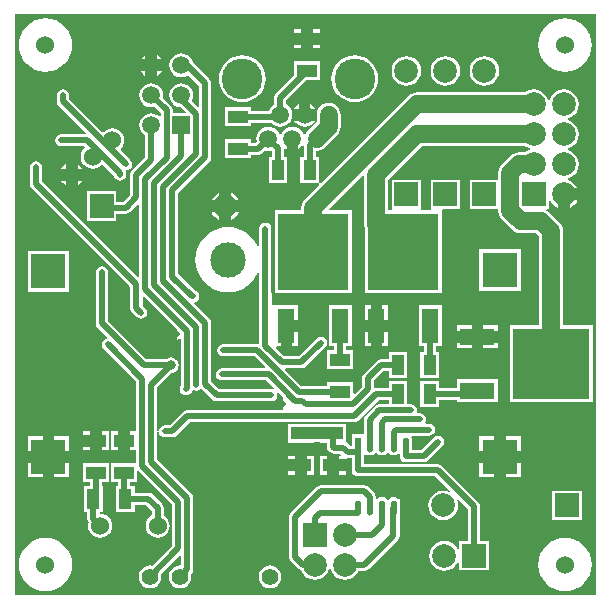
<source format=gbl>
%FSAX44Y44*%
%MOMM*%
G71*
G01*
G75*
G04 Layer_Physical_Order=2*
G04 Layer_Color=16711680*
%ADD10R,1.1000X1.7000*%
%ADD11R,1.7000X1.1000*%
%ADD12R,6.0000X6.5000*%
%ADD13R,1.4000X3.0000*%
%ADD14O,0.5500X1.6500*%
%ADD15O,1.6500X0.5500*%
%ADD16R,1.4000X1.1000*%
%ADD17O,1.9000X0.6000*%
%ADD18C,1.5000*%
%ADD19C,0.5080*%
%ADD20C,1.4000*%
%ADD21C,1.5240*%
%ADD22C,3.0000*%
%ADD23R,3.0000X3.0000*%
%ADD24C,2.0000*%
%ADD25R,2.0000X2.0000*%
%ADD26C,2.0000*%
%ADD27R,2.0000X2.0000*%
%ADD28R,2.0000X2.0000*%
%ADD29C,1.5000*%
%ADD30R,1.5000X1.5000*%
%ADD31R,2.0000X2.0000*%
%ADD32C,1.4000*%
%ADD33C,0.5000*%
%ADD34C,0.8000*%
%ADD35C,3.4500*%
%ADD36O,0.5800X1.3000*%
%ADD37R,0.5800X1.3000*%
%ADD38R,6.5000X6.0000*%
%ADD39R,3.0000X1.4000*%
%ADD40C,1.0000*%
%ADD41R,2.2191X0.9960*%
G36*
X00596156Y00203844D02*
X00103844D01*
Y00696156D01*
X00596156D01*
Y00203844D01*
D02*
G37*
%LPC*%
G36*
X00183760Y00342850D02*
X00177720D01*
Y00334810D01*
Y00326770D01*
X00183760D01*
Y00342850D01*
D02*
G37*
G36*
X00167720Y00329810D02*
X00161680D01*
Y00326770D01*
X00167720D01*
Y00329810D01*
D02*
G37*
G36*
Y00342850D02*
X00161680D01*
Y00339810D01*
X00167720D01*
Y00342850D01*
D02*
G37*
G36*
X00191850D02*
X00185810D01*
Y00326770D01*
X00191850D01*
Y00334810D01*
Y00342850D01*
D02*
G37*
G36*
X00150120Y00338940D02*
X00137580D01*
Y00326400D01*
X00150120D01*
Y00338940D01*
D02*
G37*
G36*
X00127580D02*
X00115040D01*
Y00326400D01*
X00127580D01*
Y00338940D01*
D02*
G37*
G36*
X00532525D02*
X00519985D01*
Y00326400D01*
X00532525D01*
Y00338940D01*
D02*
G37*
G36*
X00509985D02*
X00497445D01*
Y00326400D01*
X00509985D01*
Y00338940D01*
D02*
G37*
G36*
X00513300Y00386700D02*
X00478300D01*
Y00379789D01*
X00463460D01*
Y00385650D01*
X00447460D01*
Y00363650D01*
X00463460D01*
Y00369511D01*
X00478300D01*
Y00367700D01*
X00513300D01*
Y00386700D01*
D02*
G37*
G36*
X00405220Y00427300D02*
X00400680D01*
Y00414760D01*
X00405220D01*
Y00427300D01*
D02*
G37*
G36*
X00343560D02*
X00339020D01*
Y00414760D01*
X00343560D01*
Y00427300D01*
D02*
G37*
G36*
X00490800Y00432440D02*
X00478260D01*
Y00427900D01*
X00490800D01*
Y00432440D01*
D02*
G37*
G36*
X00419760Y00427300D02*
X00415220D01*
Y00414760D01*
X00419760D01*
Y00427300D01*
D02*
G37*
G36*
X00389220Y00449800D02*
X00370220D01*
Y00414800D01*
X00374581D01*
Y00411390D01*
X00368730D01*
Y00395390D01*
X00390730D01*
Y00411390D01*
X00384859D01*
Y00414800D01*
X00389220D01*
Y00449800D01*
D02*
G37*
G36*
X00465420D02*
X00446420D01*
Y00414800D01*
X00450781D01*
Y00409780D01*
X00447460D01*
Y00387780D01*
X00463460D01*
Y00409780D01*
X00461059D01*
Y00414800D01*
X00465420D01*
Y00449800D01*
D02*
G37*
G36*
X00513340Y00417900D02*
X00500800D01*
Y00413360D01*
X00513340D01*
Y00417900D01*
D02*
G37*
G36*
X00490800D02*
X00478260D01*
Y00413360D01*
X00490800D01*
Y00417900D01*
D02*
G37*
G36*
X00583900Y00292510D02*
X00558900D01*
Y00267510D01*
X00583900D01*
Y00292510D01*
D02*
G37*
G36*
X00183720Y00315810D02*
X00161720D01*
Y00299810D01*
X00167581D01*
Y00296750D01*
X00162650D01*
Y00274750D01*
X00165511D01*
Y00268500D01*
X00165511Y00268500D01*
X00165511D01*
X00165902Y00266534D01*
X00166466Y00265690D01*
X00166401Y00265532D01*
X00166053Y00262890D01*
X00166401Y00260248D01*
X00167420Y00257786D01*
X00169042Y00255672D01*
X00171156Y00254050D01*
X00173618Y00253030D01*
X00176260Y00252683D01*
X00178902Y00253030D01*
X00181364Y00254050D01*
X00183478Y00255672D01*
X00185100Y00257786D01*
X00186119Y00260248D01*
X00186467Y00262890D01*
X00186119Y00265532D01*
X00185100Y00267994D01*
X00183478Y00270108D01*
X00181364Y00271730D01*
X00178902Y00272750D01*
X00176260Y00273097D01*
X00175789Y00273511D01*
Y00274750D01*
X00178650D01*
Y00296750D01*
X00177859D01*
Y00299810D01*
X00183720D01*
Y00315810D01*
D02*
G37*
G36*
X00439970Y00284179D02*
Y00283270D01*
X00440238D01*
X00440094Y00283993D01*
X00439970Y00284179D01*
D02*
G37*
G36*
X00440238Y00273270D02*
X00439970D01*
Y00272361D01*
X00440094Y00272547D01*
X00440238Y00273270D01*
D02*
G37*
G36*
X00570000Y00252609D02*
X00565589Y00252174D01*
X00561348Y00250888D01*
X00557439Y00248799D01*
X00554013Y00245987D01*
X00551201Y00242561D01*
X00549112Y00238652D01*
X00547826Y00234411D01*
X00547391Y00230000D01*
X00547826Y00225589D01*
X00549112Y00221348D01*
X00551201Y00217439D01*
X00554013Y00214013D01*
X00557439Y00211201D01*
X00561348Y00209112D01*
X00565589Y00207826D01*
X00570000Y00207391D01*
X00574411Y00207826D01*
X00578652Y00209112D01*
X00582561Y00211201D01*
X00585987Y00214013D01*
X00588799Y00217439D01*
X00590888Y00221348D01*
X00592174Y00225589D01*
X00592609Y00230000D01*
X00592174Y00234411D01*
X00590888Y00238652D01*
X00588799Y00242561D01*
X00585987Y00245987D01*
X00582561Y00248799D01*
X00578652Y00250888D01*
X00574411Y00252174D01*
X00570000Y00252609D01*
D02*
G37*
G36*
X00130000D02*
X00125589Y00252174D01*
X00121348Y00250888D01*
X00117439Y00248799D01*
X00114013Y00245987D01*
X00111201Y00242561D01*
X00109112Y00238652D01*
X00107826Y00234411D01*
X00107391Y00230000D01*
X00107826Y00225589D01*
X00109112Y00221348D01*
X00111201Y00217439D01*
X00114013Y00214013D01*
X00117439Y00211201D01*
X00121348Y00209112D01*
X00125589Y00207826D01*
X00130000Y00207391D01*
X00134411Y00207826D01*
X00138652Y00209112D01*
X00142561Y00211201D01*
X00145987Y00214013D01*
X00148799Y00217439D01*
X00150888Y00221348D01*
X00152174Y00225589D01*
X00152609Y00230000D01*
X00152174Y00234411D01*
X00150888Y00238652D01*
X00148799Y00242561D01*
X00145987Y00245987D01*
X00142561Y00248799D01*
X00138652Y00250888D01*
X00134411Y00252174D01*
X00130000Y00252609D01*
D02*
G37*
G36*
X00400050Y00297239D02*
X00363220D01*
X00361254Y00296848D01*
X00359586Y00295734D01*
X00337996Y00274144D01*
X00336882Y00272477D01*
X00336491Y00270510D01*
Y00236220D01*
X00336491Y00236220D01*
X00336491D01*
X00336882Y00234254D01*
X00337996Y00232586D01*
X00344346Y00226236D01*
X00344346D01*
X00344346Y00226236D01*
X00344346Y00226236D01*
Y00226236D01*
X00346013Y00225122D01*
X00346627Y00225000D01*
X00347221Y00223566D01*
X00349225Y00220955D01*
X00351836Y00218951D01*
X00354877Y00217692D01*
X00358140Y00217262D01*
X00361403Y00217692D01*
X00364444Y00218951D01*
X00367055Y00220955D01*
X00369059Y00223566D01*
X00370205Y00226333D01*
X00370318D01*
Y00226333D01*
D01*
D01*
X00370318D01*
X00371362D01*
D01*
D01*
Y00226333D01*
X00371475D01*
X00372621Y00223566D01*
X00374625Y00220955D01*
X00377236Y00218951D01*
X00380277Y00217692D01*
X00383540Y00217262D01*
X00386803Y00217692D01*
X00389844Y00218951D01*
X00392455Y00220955D01*
X00394459Y00223566D01*
X00394941Y00224731D01*
X00400050D01*
X00402016Y00225122D01*
X00403684Y00226236D01*
X00428284Y00250836D01*
X00429398Y00252504D01*
X00429789Y00254470D01*
X00429789Y00254470D01*
X00429789Y00254470D01*
Y00254470D01*
Y00270445D01*
X00429970Y00270500D01*
Y00272432D01*
X00430057Y00272563D01*
X00430476Y00274670D01*
Y00278270D01*
Y00281870D01*
X00430057Y00283977D01*
X00429970Y00284107D01*
Y00285093D01*
X00429311D01*
X00428863Y00285763D01*
X00427077Y00286957D01*
X00424970Y00287376D01*
X00422863Y00286957D01*
X00421077Y00285763D01*
X00420605Y00285057D01*
X00419335D01*
X00418863Y00285763D01*
X00417077Y00286957D01*
X00414970Y00287376D01*
X00412863Y00286957D01*
X00411077Y00285763D01*
X00411004Y00285654D01*
X00409789Y00286023D01*
Y00287500D01*
X00409398Y00289466D01*
X00408284Y00291134D01*
X00403684Y00295734D01*
X00402016Y00296848D01*
X00400050Y00297239D01*
D02*
G37*
G36*
X00320040Y00229292D02*
X00317560Y00228965D01*
X00315249Y00228008D01*
X00313265Y00226485D01*
X00311742Y00224501D01*
X00310784Y00222190D01*
X00310458Y00219710D01*
X00310784Y00217230D01*
X00311742Y00214919D01*
X00313265Y00212934D01*
X00315249Y00211412D01*
X00317560Y00210455D01*
X00320040Y00210128D01*
X00322520Y00210455D01*
X00324831Y00211412D01*
X00326815Y00212934D01*
X00328338Y00214919D01*
X00329296Y00217230D01*
X00329622Y00219710D01*
X00329296Y00222190D01*
X00328338Y00224501D01*
X00326815Y00226485D01*
X00324831Y00228008D01*
X00322520Y00228965D01*
X00320040Y00229292D01*
D02*
G37*
G36*
X00127580Y00316400D02*
X00115040D01*
Y00303860D01*
X00127580D01*
Y00316400D01*
D02*
G37*
G36*
X00368380Y00322200D02*
X00362340D01*
Y00306120D01*
X00368380D01*
Y00314160D01*
Y00322200D01*
D02*
G37*
G36*
X00357750D02*
X00351710D01*
Y00314160D01*
Y00306120D01*
X00357750D01*
Y00322200D01*
D02*
G37*
G36*
X00341710D02*
X00335670D01*
Y00319160D01*
X00341710D01*
Y00322200D01*
D02*
G37*
G36*
X00384420Y00309160D02*
X00378380D01*
Y00306120D01*
X00384420D01*
Y00309160D01*
D02*
G37*
G36*
X00509985Y00316400D02*
X00497445D01*
Y00303860D01*
X00509985D01*
Y00316400D01*
D02*
G37*
G36*
X00150120D02*
X00137580D01*
Y00303860D01*
X00150120D01*
Y00316400D01*
D02*
G37*
G36*
X00341710Y00309160D02*
X00335670D01*
Y00306120D01*
X00341710D01*
Y00309160D01*
D02*
G37*
G36*
X00532525Y00316400D02*
X00519985D01*
Y00303860D01*
X00532525D01*
Y00316400D01*
D02*
G37*
G36*
X00468630Y00660538D02*
X00465367Y00660108D01*
X00462326Y00658849D01*
X00459715Y00656845D01*
X00457711Y00654234D01*
X00456452Y00651193D01*
X00456022Y00647930D01*
X00456452Y00644667D01*
X00457711Y00641626D01*
X00459715Y00639015D01*
X00462326Y00637011D01*
X00465367Y00635752D01*
X00468630Y00635322D01*
X00471893Y00635752D01*
X00474934Y00637011D01*
X00477545Y00639015D01*
X00479549Y00641626D01*
X00480808Y00644667D01*
X00481238Y00647930D01*
X00480808Y00651193D01*
X00479549Y00654234D01*
X00477545Y00656845D01*
X00474934Y00658849D01*
X00471893Y00660108D01*
X00468630Y00660538D01*
D02*
G37*
G36*
X00435610D02*
X00432347Y00660108D01*
X00429306Y00658849D01*
X00426695Y00656845D01*
X00424691Y00654234D01*
X00423432Y00651193D01*
X00423002Y00647930D01*
X00423432Y00644667D01*
X00424691Y00641626D01*
X00426695Y00639015D01*
X00429306Y00637011D01*
X00432347Y00635752D01*
X00435610Y00635322D01*
X00438873Y00635752D01*
X00441914Y00637011D01*
X00444525Y00639015D01*
X00446529Y00641626D01*
X00447788Y00644667D01*
X00448218Y00647930D01*
X00447788Y00651193D01*
X00446529Y00654234D01*
X00444525Y00656845D01*
X00441914Y00658849D01*
X00438873Y00660108D01*
X00435610Y00660538D01*
D02*
G37*
G36*
X00214710Y00647780D02*
X00210914D01*
X00210940Y00647717D01*
X00212549Y00645619D01*
X00214647Y00644010D01*
X00214710Y00643984D01*
Y00647780D01*
D02*
G37*
G36*
X00501650Y00660538D02*
X00498387Y00660108D01*
X00495346Y00658849D01*
X00492735Y00656845D01*
X00490731Y00654234D01*
X00489472Y00651193D01*
X00489042Y00647930D01*
X00489472Y00644667D01*
X00490731Y00641626D01*
X00492735Y00639015D01*
X00495346Y00637011D01*
X00498387Y00635752D01*
X00501650Y00635322D01*
X00504913Y00635752D01*
X00507954Y00637011D01*
X00510565Y00639015D01*
X00512569Y00641626D01*
X00513828Y00644667D01*
X00514258Y00647930D01*
X00513828Y00651193D01*
X00512569Y00654234D01*
X00510565Y00656845D01*
X00507954Y00658849D01*
X00504913Y00660108D01*
X00501650Y00660538D01*
D02*
G37*
G36*
X00245110Y00662866D02*
X00242500Y00662523D01*
X00240067Y00661515D01*
X00237978Y00659912D01*
X00236375Y00657823D01*
X00235367Y00655390D01*
X00235024Y00652780D01*
X00235367Y00650170D01*
X00236375Y00647737D01*
X00237978Y00645648D01*
X00240067Y00644045D01*
X00242500Y00643037D01*
X00245110Y00642694D01*
X00247721Y00643037D01*
X00250153Y00644045D01*
X00251005Y00644698D01*
X00260131Y00635572D01*
Y00618069D01*
X00258958Y00617584D01*
X00253950Y00622591D01*
X00254853Y00624770D01*
X00255196Y00627380D01*
X00254853Y00629991D01*
X00253845Y00632423D01*
X00252242Y00634512D01*
X00250153Y00636115D01*
X00247721Y00637123D01*
X00245110Y00637466D01*
X00242500Y00637123D01*
X00240067Y00636115D01*
X00237978Y00634512D01*
X00236375Y00632423D01*
X00235367Y00629991D01*
X00235024Y00627380D01*
X00235367Y00624770D01*
X00236375Y00622337D01*
X00237978Y00620248D01*
X00240067Y00618645D01*
X00242500Y00617637D01*
X00244653Y00617354D01*
X00248854Y00613153D01*
X00248368Y00611980D01*
X00237709D01*
Y00614520D01*
X00237318Y00616487D01*
X00236204Y00618154D01*
X00229468Y00624889D01*
X00229796Y00627380D01*
X00229453Y00629991D01*
X00228445Y00632423D01*
X00226842Y00634512D01*
X00224753Y00636115D01*
X00222320Y00637123D01*
X00219710Y00637466D01*
X00217099Y00637123D01*
X00214667Y00636115D01*
X00212578Y00634512D01*
X00210975Y00632423D01*
X00209967Y00629991D01*
X00209624Y00627380D01*
X00209967Y00624770D01*
X00210975Y00622337D01*
X00212578Y00620248D01*
X00214667Y00618645D01*
X00217099Y00617637D01*
X00219710Y00617294D01*
X00222201Y00617622D01*
X00227431Y00612392D01*
Y00610096D01*
X00226292Y00609534D01*
X00224753Y00610715D01*
X00222320Y00611723D01*
X00219710Y00612066D01*
X00217099Y00611723D01*
X00214667Y00610715D01*
X00212578Y00609112D01*
X00210975Y00607023D01*
X00209967Y00604590D01*
X00209624Y00601980D01*
X00209967Y00599370D01*
X00210975Y00596937D01*
X00212578Y00594848D01*
X00214571Y00593318D01*
Y00574898D01*
X00203456Y00563784D01*
X00202342Y00562117D01*
X00201951Y00560150D01*
Y00543229D01*
X00195991Y00537269D01*
X00190070D01*
Y00545900D01*
X00165070D01*
Y00520900D01*
X00190070D01*
Y00526991D01*
X00198120D01*
X00200086Y00527382D01*
X00201754Y00528496D01*
X00208358Y00535101D01*
X00209531Y00534615D01*
Y00473765D01*
X00208358Y00473279D01*
X00127059Y00554579D01*
Y00566420D01*
X00126668Y00568386D01*
X00125554Y00570054D01*
X00123886Y00571168D01*
X00121920Y00571559D01*
X00119953Y00571168D01*
X00118286Y00570054D01*
X00117172Y00568386D01*
X00116781Y00566420D01*
Y00552450D01*
X00117172Y00550484D01*
X00118286Y00548816D01*
X00201951Y00465151D01*
Y00446960D01*
X00201951Y00446960D01*
X00201951D01*
X00202342Y00444994D01*
X00203456Y00443326D01*
X00207186Y00439596D01*
X00208853Y00438483D01*
X00210820Y00438091D01*
X00212787Y00438483D01*
X00214454Y00439596D01*
X00215567Y00441264D01*
X00215959Y00443230D01*
X00215567Y00445196D01*
X00214454Y00446864D01*
X00212229Y00449089D01*
Y00457119D01*
X00213402Y00457605D01*
X00239677Y00431330D01*
X00239410Y00430450D01*
X00240556D01*
X00241300Y00429706D01*
Y00420450D01*
X00240602D01*
X00241300Y00420311D01*
X00243267Y00420702D01*
X00243971Y00421173D01*
X00245091Y00420575D01*
Y00381802D01*
X00244172Y00380426D01*
X00243781Y00378460D01*
X00244172Y00376493D01*
X00245286Y00374826D01*
X00246954Y00373712D01*
X00248920Y00373321D01*
X00250886Y00373712D01*
X00252554Y00374826D01*
X00253864Y00376136D01*
X00254978Y00377803D01*
X00255252Y00377917D01*
X00255844Y00377522D01*
X00257810Y00377131D01*
X00259776Y00377522D01*
X00261444Y00378636D01*
X00262411Y00378732D01*
X00271397Y00369746D01*
X00273064Y00368632D01*
X00275030Y00368241D01*
X00321310D01*
X00323276Y00368632D01*
X00324944Y00369746D01*
X00326058Y00371413D01*
X00326449Y00373380D01*
X00326134Y00374960D01*
X00327254Y00375559D01*
X00330885Y00371928D01*
X00330531Y00370760D01*
X00331452D01*
Y00360760D01*
X00327714D01*
X00327708Y00360739D01*
X00250190D01*
X00248223Y00360348D01*
X00246556Y00359234D01*
X00235361Y00348039D01*
X00231140D01*
X00229174Y00347648D01*
X00227506Y00346534D01*
X00226392Y00344866D01*
X00226073Y00343259D01*
X00226073D01*
X00226073Y00343259D01*
X00224809Y00343383D01*
Y00380102D01*
X00237039Y00392332D01*
X00237917Y00392447D01*
X00239498Y00393102D01*
X00240856Y00394144D01*
X00241898Y00395502D01*
X00242553Y00397083D01*
X00242776Y00398780D01*
X00242553Y00400477D01*
X00241898Y00402058D01*
X00240856Y00403416D01*
X00239498Y00404458D01*
X00237917Y00405113D01*
X00236220Y00405336D01*
X00234523Y00405113D01*
X00232942Y00404458D01*
X00232240Y00403919D01*
X00215488D01*
X00182939Y00436469D01*
Y00477520D01*
X00182548Y00479487D01*
X00181434Y00481154D01*
X00179767Y00482268D01*
X00177800Y00482659D01*
X00175833Y00482268D01*
X00174166Y00481154D01*
X00173052Y00479487D01*
X00172661Y00477520D01*
Y00434340D01*
X00172661Y00434340D01*
X00172661D01*
X00173052Y00432374D01*
X00174166Y00430706D01*
X00182173Y00422700D01*
X00181804Y00421485D01*
X00180914Y00421308D01*
X00179246Y00420194D01*
X00178132Y00418526D01*
X00177741Y00416560D01*
X00178132Y00414594D01*
X00179246Y00412926D01*
X00206951Y00385221D01*
Y00342850D01*
X00201850D01*
Y00334810D01*
Y00326770D01*
X00206951D01*
Y00315810D01*
X00185850D01*
Y00299810D01*
X00191711D01*
Y00296750D01*
X00189650D01*
Y00274750D01*
X00205650D01*
Y00280611D01*
X00215042D01*
X00219921Y00275732D01*
Y00271703D01*
X00217842Y00270108D01*
X00216220Y00267994D01*
X00215201Y00265532D01*
X00214853Y00262890D01*
X00215201Y00260248D01*
X00216220Y00257786D01*
X00217842Y00255672D01*
X00219956Y00254050D01*
X00222418Y00253030D01*
X00225060Y00252683D01*
X00227702Y00253030D01*
X00230164Y00254050D01*
X00232278Y00255672D01*
X00233900Y00257786D01*
X00234919Y00260248D01*
X00235267Y00262890D01*
X00234919Y00265532D01*
X00233900Y00267994D01*
X00232278Y00270108D01*
X00230199Y00271703D01*
Y00277860D01*
X00229808Y00279827D01*
X00228694Y00281494D01*
X00220804Y00289384D01*
X00219137Y00290498D01*
X00217170Y00290889D01*
X00205650D01*
Y00296750D01*
X00201989D01*
Y00299810D01*
X00207850D01*
Y00309003D01*
X00209023Y00309489D01*
X00237431Y00281082D01*
Y00245968D01*
X00220485Y00229023D01*
X00218440Y00229292D01*
X00215960Y00228965D01*
X00213649Y00228008D01*
X00211665Y00226485D01*
X00210142Y00224501D01*
X00209184Y00222190D01*
X00208858Y00219710D01*
X00209184Y00217230D01*
X00210142Y00214919D01*
X00211665Y00212934D01*
X00213649Y00211412D01*
X00215960Y00210455D01*
X00218440Y00210128D01*
X00220920Y00210455D01*
X00223231Y00211412D01*
X00225215Y00212934D01*
X00226738Y00214919D01*
X00227696Y00217230D01*
X00228022Y00219710D01*
X00227753Y00221755D01*
X00243878Y00237881D01*
X00245051Y00237395D01*
Y00230096D01*
X00244096Y00229258D01*
X00243840Y00229292D01*
X00241360Y00228965D01*
X00239049Y00228008D01*
X00237064Y00226485D01*
X00235542Y00224501D01*
X00234585Y00222190D01*
X00234258Y00219710D01*
X00234585Y00217230D01*
X00235542Y00214919D01*
X00237064Y00212934D01*
X00239049Y00211412D01*
X00241360Y00210455D01*
X00243840Y00210128D01*
X00246320Y00210455D01*
X00248631Y00211412D01*
X00250615Y00212934D01*
X00252138Y00214919D01*
X00253095Y00217230D01*
X00253422Y00219710D01*
X00253153Y00221755D01*
X00253824Y00222426D01*
X00254938Y00224093D01*
X00255329Y00226060D01*
Y00286310D01*
X00254938Y00288276D01*
X00253824Y00289943D01*
X00224809Y00318958D01*
Y00342417D01*
X00225037Y00342439D01*
X00226073Y00342541D01*
X00226392Y00340933D01*
X00227506Y00339266D01*
X00229174Y00338152D01*
X00231140Y00337761D01*
X00237490D01*
X00239457Y00338152D01*
X00241124Y00339266D01*
X00252318Y00350461D01*
X00391160D01*
X00393126Y00350852D01*
X00394794Y00351966D01*
X00412338Y00369511D01*
X00420460D01*
Y00365819D01*
X00412750D01*
X00410784Y00365428D01*
X00410230Y00365058D01*
X00409116Y00364314D01*
X00401016Y00356214D01*
X00399902Y00354547D01*
X00399511Y00352580D01*
Y00340470D01*
X00389570D01*
Y00331765D01*
X00389511Y00331470D01*
Y00330259D01*
X00388209D01*
X00385904Y00332564D01*
X00384380Y00333582D01*
Y00349160D01*
X00362380D01*
Y00348725D01*
X00357710D01*
Y00349160D01*
X00335710D01*
Y00333160D01*
X00357710D01*
Y00333595D01*
X00362380D01*
Y00333160D01*
X00368241D01*
Y00330200D01*
X00368241Y00330200D01*
X00368241D01*
X00368632Y00328233D01*
X00369746Y00326566D01*
X00371016Y00325296D01*
X00372683Y00324182D01*
X00374650Y00323791D01*
X00379590D01*
X00380295Y00322735D01*
X00380073Y00322200D01*
X00378380D01*
Y00319160D01*
X00384420D01*
Y00319310D01*
X00385402Y00320116D01*
X00386080Y00319981D01*
X00389511D01*
Y00309880D01*
X00389511Y00309880D01*
X00389511D01*
X00389902Y00307913D01*
X00391016Y00306246D01*
X00392683Y00305132D01*
X00394650Y00304741D01*
X00460151D01*
X00472271Y00292622D01*
X00471565Y00291566D01*
X00470063Y00292188D01*
X00466800Y00292618D01*
X00463537Y00292188D01*
X00460496Y00290929D01*
X00457885Y00288925D01*
X00455881Y00286314D01*
X00454622Y00283273D01*
X00454192Y00280010D01*
X00454622Y00276747D01*
X00455881Y00273706D01*
X00457885Y00271095D01*
X00460496Y00269091D01*
X00463537Y00267832D01*
X00466800Y00267402D01*
X00470063Y00267832D01*
X00473104Y00269091D01*
X00475715Y00271095D01*
X00477719Y00273706D01*
X00478978Y00276747D01*
X00479408Y00280010D01*
X00478978Y00283273D01*
X00478356Y00284775D01*
X00479412Y00285481D01*
X00487621Y00277271D01*
Y00249990D01*
X00480260D01*
Y00243231D01*
X00479014Y00242983D01*
X00478679Y00243794D01*
X00476675Y00246405D01*
X00474064Y00248409D01*
X00471023Y00249668D01*
X00467760Y00250098D01*
X00464497Y00249668D01*
X00461456Y00248409D01*
X00458845Y00246405D01*
X00456841Y00243794D01*
X00455582Y00240753D01*
X00455152Y00237490D01*
X00455582Y00234227D01*
X00456841Y00231186D01*
X00458845Y00228575D01*
X00461456Y00226571D01*
X00464497Y00225312D01*
X00467760Y00224882D01*
X00471023Y00225312D01*
X00474064Y00226571D01*
X00476675Y00228575D01*
X00478679Y00231186D01*
X00479014Y00231996D01*
X00480260Y00231749D01*
Y00224990D01*
X00505260D01*
Y00249990D01*
X00497899D01*
Y00279400D01*
X00497508Y00281367D01*
X00496394Y00283034D01*
X00465914Y00313514D01*
X00464246Y00314628D01*
X00462280Y00315019D01*
X00399789D01*
Y00322470D01*
X00400370D01*
Y00323102D01*
X00401490Y00323701D01*
X00402863Y00322783D01*
X00404970Y00322364D01*
X00407077Y00322783D01*
X00408863Y00323977D01*
X00409335Y00324683D01*
X00410605D01*
X00411077Y00323977D01*
X00412863Y00322783D01*
X00414970Y00322364D01*
X00417077Y00322783D01*
X00418863Y00323977D01*
X00419335Y00324683D01*
X00420605D01*
X00421077Y00323977D01*
X00422863Y00322783D01*
X00424970Y00322364D01*
X00427077Y00322783D01*
X00428711Y00323875D01*
X00429831Y00323277D01*
Y00321950D01*
X00430223Y00319984D01*
X00431336Y00318316D01*
X00433004Y00317202D01*
X00434970Y00316811D01*
X00450220D01*
X00452187Y00317202D01*
X00453854Y00318316D01*
X00465914Y00330376D01*
X00467028Y00332043D01*
X00467419Y00334010D01*
X00467028Y00335976D01*
X00465914Y00337644D01*
X00464246Y00338758D01*
X00462280Y00339149D01*
X00460313Y00338758D01*
X00458646Y00337644D01*
X00448092Y00327089D01*
X00441117D01*
X00440476Y00327870D01*
Y00335070D01*
X00440057Y00337177D01*
X00439566Y00337911D01*
X00440165Y00339031D01*
X00454660D01*
X00456627Y00339422D01*
X00458294Y00340536D01*
X00459408Y00342203D01*
X00459799Y00344170D01*
X00459408Y00346137D01*
X00458294Y00347804D01*
X00456627Y00348918D01*
X00454660Y00349309D01*
X00451942D01*
X00451343Y00350429D01*
X00451788Y00351093D01*
X00452179Y00353060D01*
X00451788Y00355027D01*
X00450674Y00356694D01*
X00449007Y00357808D01*
X00447040Y00358199D01*
X00445066D01*
X00444260Y00359180D01*
X00444559Y00360680D01*
X00444168Y00362646D01*
X00443054Y00364314D01*
X00441386Y00365428D01*
X00439420Y00365819D01*
X00436460D01*
Y00385650D01*
X00420460D01*
Y00379789D01*
X00410210D01*
X00409105Y00379569D01*
X00408123Y00380375D01*
Y00385616D01*
X00416148Y00393641D01*
X00420460D01*
Y00387780D01*
X00436460D01*
Y00409780D01*
X00420460D01*
Y00403919D01*
X00414020D01*
X00412053Y00403528D01*
X00410386Y00402414D01*
X00399351Y00391378D01*
X00398237Y00389711D01*
X00397845Y00387744D01*
Y00380588D01*
X00391903Y00374646D01*
X00390730Y00375132D01*
Y00384390D01*
X00368730D01*
Y00381529D01*
X00346539D01*
X00333060Y00395008D01*
X00333546Y00396181D01*
X00346710D01*
X00348676Y00396572D01*
X00350344Y00397686D01*
X00366854Y00414196D01*
X00367968Y00415863D01*
X00368359Y00417830D01*
X00367968Y00419796D01*
X00366854Y00421464D01*
X00365187Y00422578D01*
X00363220Y00422969D01*
X00361254Y00422578D01*
X00359586Y00421464D01*
X00344581Y00406459D01*
X00332328D01*
X00325201Y00413587D01*
X00325687Y00414760D01*
X00329020D01*
Y00432300D01*
X00334020D01*
Y00437300D01*
X00343560D01*
Y00449840D01*
X00329546D01*
X00328754Y00451026D01*
X00329868Y00452693D01*
X00330259Y00454660D01*
X00329868Y00456627D01*
X00328754Y00458294D01*
X00328318Y00458585D01*
X00328687Y00459800D01*
X00389220D01*
Y00529800D01*
X00370463D01*
X00369977Y00530973D01*
X00398950Y00559946D01*
X00400124Y00559460D01*
Y00517510D01*
X00400124Y00517510D01*
X00400124D01*
X00400420Y00515260D01*
Y00459800D01*
X00465420D01*
Y00529800D01*
X00465420D01*
Y00529932D01*
X00466318Y00530830D01*
X00481130D01*
Y00555830D01*
X00456130D01*
Y00530830D01*
X00456130D01*
Y00530698D01*
X00455232Y00529800D01*
X00448110D01*
Y00530830D01*
X00448110D01*
Y00555830D01*
X00423110D01*
Y00530830D01*
X00423110D01*
Y00530698D01*
X00422212Y00529800D01*
X00420296D01*
Y00555892D01*
X00448678Y00584274D01*
X00536171D01*
X00537256Y00583441D01*
X00540023Y00582295D01*
Y00582182D01*
X00540023D01*
D01*
D01*
Y00582182D01*
Y00581138D01*
D01*
D01*
X00540023D01*
Y00581025D01*
X00537256Y00579879D01*
X00536171Y00579046D01*
X00530860D01*
X00528250Y00578703D01*
X00525817Y00577695D01*
X00523728Y00576092D01*
X00516388Y00568752D01*
X00514785Y00566663D01*
X00513777Y00564230D01*
X00513434Y00561620D01*
Y00555830D01*
X00489150D01*
Y00530830D01*
X00513434D01*
Y00529401D01*
X00513777Y00526791D01*
X00514785Y00524358D01*
X00516388Y00522269D01*
X00525089Y00513568D01*
X00527178Y00511965D01*
X00529611Y00510957D01*
X00532221Y00510614D01*
X00545732D01*
X00548214Y00508132D01*
Y00432700D01*
X00523300D01*
Y00367700D01*
X00593300D01*
Y00432700D01*
X00568386D01*
Y00512310D01*
X00568043Y00514921D01*
X00567035Y00517353D01*
X00565432Y00519442D01*
X00557042Y00527832D01*
X00554953Y00529435D01*
X00554037Y00529814D01*
X00554285Y00531060D01*
X00556060D01*
Y00538680D01*
X00557306Y00538928D01*
X00558006Y00537236D01*
X00560016Y00534616D01*
X00562636Y00532606D01*
X00563960Y00532058D01*
Y00543560D01*
X00568960D01*
Y00548560D01*
X00580462D01*
X00579914Y00549884D01*
X00577904Y00552504D01*
X00575284Y00554514D01*
X00572549Y00555647D01*
Y00555777D01*
X00572549D01*
D01*
D01*
Y00555777D01*
X00572549Y00556770D01*
Y00556782D01*
D01*
Y00556785D01*
X00572549D01*
Y00556917D01*
X00575264Y00558041D01*
X00577875Y00560045D01*
X00579879Y00562656D01*
X00581138Y00565697D01*
X00581568Y00568960D01*
X00581138Y00572223D01*
X00579879Y00575264D01*
X00577875Y00577875D01*
X00575264Y00579879D01*
X00572497Y00581025D01*
Y00581138D01*
X00572497D01*
D01*
D01*
Y00581138D01*
Y00582182D01*
D01*
D01*
X00572497D01*
Y00582295D01*
X00575264Y00583441D01*
X00577875Y00585445D01*
X00579879Y00588056D01*
X00581138Y00591097D01*
X00581568Y00594360D01*
X00581138Y00597623D01*
X00579879Y00600664D01*
X00577875Y00603275D01*
X00575264Y00605279D01*
X00572497Y00606425D01*
Y00606538D01*
X00572497D01*
D01*
D01*
Y00606538D01*
Y00607582D01*
D01*
D01*
X00572497D01*
Y00607695D01*
X00575264Y00608841D01*
X00577875Y00610845D01*
X00579879Y00613456D01*
X00581138Y00616497D01*
X00581568Y00619760D01*
X00581138Y00623023D01*
X00579879Y00626064D01*
X00577875Y00628675D01*
X00575264Y00630679D01*
X00572223Y00631938D01*
X00568960Y00632368D01*
X00565697Y00631938D01*
X00562656Y00630679D01*
X00560045Y00628675D01*
X00558041Y00626064D01*
X00556895Y00623297D01*
X00556782D01*
Y00623297D01*
X00555738D01*
X00555738D01*
D01*
D01*
Y00623297D01*
X00555625D01*
X00554479Y00626064D01*
X00552475Y00628675D01*
X00549864Y00630679D01*
X00546823Y00631938D01*
X00543560Y00632368D01*
X00540297Y00631938D01*
X00537256Y00630679D01*
X00536171Y00629846D01*
X00444500D01*
X00441889Y00629503D01*
X00439457Y00628495D01*
X00437368Y00626892D01*
X00363033Y00552557D01*
X00361860Y00553043D01*
Y00553044D01*
X00361860Y00553044D01*
D01*
Y00574880D01*
X00358999D01*
Y00579963D01*
X00359570Y00580464D01*
X00362180Y00580807D01*
X00364613Y00581815D01*
X00366702Y00583418D01*
X00376902Y00593618D01*
X00378505Y00595707D01*
X00379513Y00598139D01*
X00379856Y00600750D01*
X00379856Y00600750D01*
X00379856Y00600750D01*
Y00600750D01*
Y00610850D01*
X00379513Y00613461D01*
X00378505Y00615893D01*
X00376902Y00617982D01*
X00374813Y00619585D01*
X00372380Y00620593D01*
X00369770Y00620936D01*
X00367160Y00620593D01*
X00364727Y00619585D01*
X00362638Y00617982D01*
X00361035Y00615893D01*
X00360227Y00613941D01*
X00360226D01*
X00360027Y00613461D01*
X00359683Y00610850D01*
Y00606259D01*
X00359684Y00606259D01*
Y00604928D01*
X00352438Y00597682D01*
X00350835Y00595593D01*
X00350027Y00593642D01*
X00348757D01*
X00347940Y00595613D01*
X00346331Y00597711D01*
X00344233Y00599320D01*
X00341791Y00600332D01*
X00339170Y00600677D01*
X00336549Y00600332D01*
X00334107Y00599320D01*
X00332009Y00597711D01*
X00330400Y00595613D01*
X00329583Y00593642D01*
X00328313D01*
X00327505Y00595593D01*
X00325902Y00597682D01*
X00323813Y00599285D01*
X00321381Y00600293D01*
X00318770Y00600636D01*
X00316159Y00600293D01*
X00313727Y00599285D01*
X00311638Y00597682D01*
X00310035Y00595593D01*
X00309027Y00593161D01*
X00308684Y00590550D01*
X00308990Y00588224D01*
X00308153Y00587269D01*
X00304370D01*
Y00590130D01*
X00282370D01*
Y00574130D01*
X00304370D01*
Y00576991D01*
X00310350D01*
X00312316Y00577382D01*
X00313984Y00578496D01*
X00316279Y00580792D01*
X00318770Y00580464D01*
X00320766Y00580727D01*
X00321721Y00579889D01*
Y00574880D01*
X00318860D01*
Y00552880D01*
X00334860D01*
Y00574880D01*
X00331999D01*
Y00581962D01*
X00333138Y00582524D01*
X00334107Y00581780D01*
X00334170Y00581754D01*
Y00590550D01*
X00344170D01*
Y00581754D01*
X00344233Y00581780D01*
X00346331Y00583389D01*
X00347519Y00584938D01*
X00348721Y00584529D01*
Y00574880D01*
X00345860D01*
Y00552880D01*
X00361697D01*
X00362039Y00552054D01*
X00362183Y00551707D01*
X00349588Y00539112D01*
X00347985Y00537023D01*
X00346977Y00534590D01*
X00346634Y00531980D01*
Y00529800D01*
X00324220D01*
Y00464323D01*
X00324220D01*
X00324220Y00464323D01*
X00324220Y00459800D01*
Y00459800D01*
Y00459620D01*
X00323153Y00459408D01*
X00322489Y00458963D01*
X00321369Y00459562D01*
Y00514350D01*
X00320978Y00516316D01*
X00319864Y00517984D01*
X00318197Y00519098D01*
X00316230Y00519489D01*
X00314263Y00519098D01*
X00312596Y00517984D01*
X00311482Y00516316D01*
X00311091Y00514350D01*
Y00499347D01*
X00309846Y00499099D01*
X00309158Y00500758D01*
X00306897Y00504449D01*
X00304086Y00507741D01*
X00300794Y00510552D01*
X00297103Y00512813D01*
X00293104Y00514470D01*
X00288895Y00515480D01*
X00284580Y00515820D01*
X00280265Y00515480D01*
X00276056Y00514470D01*
X00272057Y00512813D01*
X00268366Y00510552D01*
X00265074Y00507741D01*
X00262263Y00504449D01*
X00260002Y00500758D01*
X00258345Y00496759D01*
X00257335Y00492550D01*
X00256995Y00488235D01*
X00257335Y00483920D01*
X00258345Y00479711D01*
X00260002Y00475712D01*
X00262263Y00472021D01*
X00265074Y00468729D01*
X00268366Y00465918D01*
X00272057Y00463657D01*
X00276056Y00462000D01*
X00280265Y00460990D01*
X00284580Y00460650D01*
X00288895Y00460990D01*
X00293104Y00462000D01*
X00297103Y00463657D01*
X00300794Y00465918D01*
X00304086Y00468729D01*
X00306897Y00472021D01*
X00309158Y00475712D01*
X00309846Y00477371D01*
X00311091Y00477123D01*
Y00444434D01*
X00311091Y00444434D01*
Y00436946D01*
X00311091Y00436946D01*
Y00417267D01*
X00310110Y00416462D01*
X00309320Y00416619D01*
X00280670D01*
X00278703Y00416228D01*
X00277036Y00415114D01*
X00275922Y00413447D01*
X00275531Y00411480D01*
X00275922Y00409514D01*
X00277036Y00407846D01*
X00278703Y00406732D01*
X00280670Y00406341D01*
X00307192D01*
X00316061Y00397472D01*
X00315575Y00396299D01*
X00279400D01*
X00277433Y00395908D01*
X00275766Y00394794D01*
X00274652Y00393126D01*
X00274261Y00391160D01*
X00274652Y00389193D01*
X00275766Y00387526D01*
X00277433Y00386412D01*
X00279400Y00386021D01*
X00316792D01*
X00323489Y00379324D01*
X00322890Y00378204D01*
X00321310Y00378519D01*
X00277159D01*
X00270529Y00385149D01*
Y00423697D01*
X00270529Y00423697D01*
Y00424663D01*
X00270529Y00424663D01*
Y00434380D01*
X00270138Y00436347D01*
X00269024Y00438014D01*
X00256026Y00451011D01*
X00256395Y00452226D01*
X00257236Y00452394D01*
X00258904Y00453508D01*
X00260018Y00455175D01*
X00260409Y00457141D01*
X00260018Y00459108D01*
X00258904Y00460775D01*
X00257236Y00461889D01*
X00256415Y00462052D01*
X00242589Y00475878D01*
Y00544792D01*
X00268904Y00571107D01*
X00270018Y00572774D01*
X00270409Y00574741D01*
Y00637700D01*
X00270018Y00639666D01*
X00268904Y00641334D01*
X00254853Y00655384D01*
X00254853Y00655390D01*
X00253845Y00657823D01*
X00252242Y00659912D01*
X00250153Y00661515D01*
X00247721Y00662523D01*
X00245110Y00662866D01*
D02*
G37*
G36*
X00354370Y00619646D02*
Y00615850D01*
X00358166D01*
X00358140Y00615913D01*
X00356531Y00618011D01*
X00354433Y00619620D01*
X00354370Y00619646D01*
D02*
G37*
G36*
X00391770Y00661196D02*
X00387898Y00660814D01*
X00384175Y00659685D01*
X00380744Y00657851D01*
X00377737Y00655383D01*
X00375269Y00652376D01*
X00373435Y00648945D01*
X00372306Y00645222D01*
X00371925Y00641350D01*
X00372306Y00637478D01*
X00373435Y00633755D01*
X00375269Y00630324D01*
X00377737Y00627317D01*
X00380744Y00624849D01*
X00384175Y00623015D01*
X00387898Y00621886D01*
X00391770Y00621504D01*
X00395642Y00621886D01*
X00399365Y00623015D01*
X00402796Y00624849D01*
X00405803Y00627317D01*
X00408271Y00630324D01*
X00410105Y00633755D01*
X00411234Y00637478D01*
X00411616Y00641350D01*
X00411234Y00645222D01*
X00410105Y00648945D01*
X00408271Y00652376D01*
X00405803Y00655383D01*
X00402796Y00657851D01*
X00399365Y00659685D01*
X00395642Y00660814D01*
X00391770Y00661196D01*
D02*
G37*
G36*
X00296570D02*
X00292698Y00660814D01*
X00288975Y00659685D01*
X00285544Y00657851D01*
X00282537Y00655383D01*
X00280069Y00652376D01*
X00278235Y00648945D01*
X00277106Y00645222D01*
X00276724Y00641350D01*
X00277106Y00637478D01*
X00278235Y00633755D01*
X00280069Y00630324D01*
X00282537Y00627317D01*
X00285544Y00624849D01*
X00288975Y00623015D01*
X00292698Y00621886D01*
X00296570Y00621504D01*
X00300442Y00621886D01*
X00304165Y00623015D01*
X00307596Y00624849D01*
X00310603Y00627317D01*
X00313071Y00630324D01*
X00314905Y00633755D01*
X00316034Y00637478D01*
X00316416Y00641350D01*
X00316034Y00645222D01*
X00314905Y00648945D01*
X00313071Y00652376D01*
X00310603Y00655383D01*
X00307596Y00657851D01*
X00304165Y00659685D01*
X00300442Y00660814D01*
X00296570Y00661196D01*
D02*
G37*
G36*
X00228506Y00647780D02*
X00224710D01*
Y00643984D01*
X00224773Y00644010D01*
X00226871Y00645619D01*
X00228480Y00647717D01*
X00228506Y00647780D01*
D02*
G37*
G36*
X00362830Y00670170D02*
X00356790D01*
Y00667130D01*
X00362830D01*
Y00670170D01*
D02*
G37*
G36*
X00346790D02*
X00340750D01*
Y00667130D01*
X00346790D01*
Y00670170D01*
D02*
G37*
G36*
X00362830Y00683210D02*
X00356790D01*
Y00680170D01*
X00362830D01*
Y00683210D01*
D02*
G37*
G36*
X00346790D02*
X00340750D01*
Y00680170D01*
X00346790D01*
Y00683210D01*
D02*
G37*
G36*
X00570000Y00692609D02*
X00565589Y00692174D01*
X00561348Y00690888D01*
X00557439Y00688799D01*
X00554013Y00685987D01*
X00551201Y00682561D01*
X00549112Y00678652D01*
X00547826Y00674411D01*
X00547391Y00670000D01*
X00547826Y00665589D01*
X00549112Y00661348D01*
X00551201Y00657439D01*
X00554013Y00654013D01*
X00557439Y00651201D01*
X00561348Y00649112D01*
X00565589Y00647826D01*
X00570000Y00647391D01*
X00574411Y00647826D01*
X00578652Y00649112D01*
X00582561Y00651201D01*
X00585987Y00654013D01*
X00588799Y00657439D01*
X00590888Y00661348D01*
X00592174Y00665589D01*
X00592609Y00670000D01*
X00592174Y00674411D01*
X00590888Y00678652D01*
X00588799Y00682561D01*
X00585987Y00685987D01*
X00582561Y00688799D01*
X00578652Y00690888D01*
X00574411Y00692174D01*
X00570000Y00692609D01*
D02*
G37*
G36*
X00130000D02*
X00125589Y00692174D01*
X00121348Y00690888D01*
X00117439Y00688799D01*
X00114013Y00685987D01*
X00111201Y00682561D01*
X00109112Y00678652D01*
X00107826Y00674411D01*
X00107391Y00670000D01*
X00107826Y00665589D01*
X00109112Y00661348D01*
X00111201Y00657439D01*
X00114013Y00654013D01*
X00117439Y00651201D01*
X00121348Y00649112D01*
X00125589Y00647826D01*
X00130000Y00647391D01*
X00134411Y00647826D01*
X00138652Y00649112D01*
X00142561Y00651201D01*
X00145987Y00654013D01*
X00148799Y00657439D01*
X00150888Y00661348D01*
X00152174Y00665589D01*
X00152609Y00670000D01*
X00152174Y00674411D01*
X00150888Y00678652D01*
X00148799Y00682561D01*
X00145987Y00685987D01*
X00142561Y00688799D01*
X00138652Y00690888D01*
X00134411Y00692174D01*
X00130000Y00692609D01*
D02*
G37*
G36*
X00224710Y00661576D02*
Y00657780D01*
X00228506D01*
X00228480Y00657843D01*
X00226871Y00659941D01*
X00224773Y00661550D01*
X00224710Y00661576D01*
D02*
G37*
G36*
X00214710D02*
X00214647Y00661550D01*
X00212549Y00659941D01*
X00210940Y00657843D01*
X00210914Y00657780D01*
X00214710D01*
Y00661576D01*
D02*
G37*
G36*
X00344370Y00619646D02*
X00344307Y00619620D01*
X00342209Y00618011D01*
X00340600Y00615913D01*
X00340574Y00615850D01*
X00344370D01*
Y00619646D01*
D02*
G37*
G36*
X00277170Y00528400D02*
X00270668D01*
X00271216Y00527076D01*
X00273226Y00524456D01*
X00275846Y00522446D01*
X00277170Y00521898D01*
Y00528400D01*
D02*
G37*
G36*
X00532485Y00497005D02*
X00497485D01*
Y00462005D01*
X00532485D01*
Y00497005D01*
D02*
G37*
G36*
X00580462Y00538560D02*
X00573960D01*
Y00532058D01*
X00575284Y00532606D01*
X00577904Y00534616D01*
X00579914Y00537236D01*
X00580462Y00538560D01*
D02*
G37*
G36*
X00293672Y00528400D02*
X00287170D01*
Y00521898D01*
X00288494Y00522446D01*
X00291114Y00524456D01*
X00293124Y00527076D01*
X00293672Y00528400D01*
D02*
G37*
G36*
X00405220Y00449840D02*
X00400680D01*
Y00437300D01*
X00405220D01*
Y00449840D01*
D02*
G37*
G36*
X00513340Y00432440D02*
X00500800D01*
Y00427900D01*
X00513340D01*
Y00432440D01*
D02*
G37*
G36*
X00150080Y00495735D02*
X00115080D01*
Y00460735D01*
X00150080D01*
Y00495735D01*
D02*
G37*
G36*
X00419760Y00449840D02*
X00415220D01*
Y00437300D01*
X00419760D01*
Y00449840D01*
D02*
G37*
G36*
X00277170Y00544902D02*
X00275846Y00544354D01*
X00273226Y00542344D01*
X00271216Y00539724D01*
X00270668Y00538400D01*
X00277170D01*
Y00544902D01*
D02*
G37*
G36*
X00157400Y00568996D02*
Y00565070D01*
X00161326D01*
X00161275Y00565194D01*
X00159646Y00567316D01*
X00157524Y00568945D01*
X00157400Y00568996D01*
D02*
G37*
G36*
X00147400D02*
X00147276Y00568945D01*
X00145154Y00567316D01*
X00143525Y00565194D01*
X00143474Y00565070D01*
X00147400D01*
Y00568996D01*
D02*
G37*
G36*
X00362790Y00656170D02*
X00340790D01*
Y00644437D01*
X00325296Y00628944D01*
X00324182Y00627276D01*
X00323791Y00625310D01*
Y00619481D01*
X00321838Y00617982D01*
X00320235Y00615893D01*
X00319562Y00614269D01*
X00304370D01*
Y00617130D01*
X00282370D01*
Y00601130D01*
X00304370D01*
Y00603991D01*
X00321628D01*
X00321838Y00603718D01*
X00323927Y00602115D01*
X00326359Y00601107D01*
X00328970Y00600764D01*
X00331581Y00601107D01*
X00334013Y00602115D01*
X00336102Y00603718D01*
X00337705Y00605807D01*
X00338513Y00607758D01*
X00338514D01*
X00338713Y00608239D01*
X00339057Y00610850D01*
X00338713Y00613461D01*
X00338514Y00613942D01*
X00338513D01*
X00337705Y00615893D01*
X00336102Y00617982D01*
X00334069Y00619542D01*
Y00623181D01*
X00351057Y00640170D01*
X00362790D01*
Y00656170D01*
D02*
G37*
G36*
X00358166Y00605850D02*
X00340574D01*
X00340600Y00605787D01*
X00342209Y00603689D01*
X00344307Y00602080D01*
X00346749Y00601068D01*
X00349370Y00600723D01*
X00351991Y00601068D01*
X00354433Y00602080D01*
X00356531Y00603689D01*
X00358140Y00605787D01*
X00358166Y00605850D01*
D02*
G37*
G36*
X00147400Y00555070D02*
X00143474D01*
X00143525Y00554946D01*
X00145154Y00552824D01*
X00147276Y00551195D01*
X00147400Y00551144D01*
Y00555070D01*
D02*
G37*
G36*
X00287170Y00544902D02*
Y00538400D01*
X00293672D01*
X00293124Y00539724D01*
X00291114Y00542344D01*
X00288494Y00544354D01*
X00287170Y00544902D01*
D02*
G37*
G36*
X00144780Y00632519D02*
X00142814Y00632128D01*
X00141146Y00631014D01*
X00140032Y00629347D01*
X00139641Y00627380D01*
Y00622300D01*
X00140032Y00620334D01*
X00141146Y00618666D01*
X00164221Y00595592D01*
X00163735Y00594419D01*
X00143510D01*
X00141544Y00594028D01*
X00139876Y00592914D01*
X00138762Y00591246D01*
X00138371Y00589280D01*
X00138762Y00587313D01*
X00139876Y00585646D01*
X00141544Y00584532D01*
X00143510Y00584141D01*
X00162285D01*
X00163154Y00583214D01*
X00163116Y00582646D01*
X00162962Y00582528D01*
X00161340Y00580414D01*
X00160320Y00577952D01*
X00159973Y00575310D01*
X00160320Y00572668D01*
X00161340Y00570206D01*
X00162962Y00568092D01*
X00165076Y00566470D01*
X00167538Y00565451D01*
X00170180Y00565103D01*
X00172822Y00565451D01*
X00175284Y00566470D01*
X00177398Y00568092D01*
X00177516Y00568246D01*
X00178783Y00568330D01*
X00188114Y00558998D01*
X00188292Y00558103D01*
X00189406Y00556436D01*
X00191073Y00555322D01*
X00193040Y00554931D01*
X00195007Y00555322D01*
X00196674Y00556436D01*
X00197788Y00558103D01*
X00198179Y00560070D01*
Y00561340D01*
X00197788Y00563307D01*
X00197782Y00563315D01*
X00198120Y00563821D01*
X00200086Y00564212D01*
X00201754Y00565326D01*
X00202868Y00566993D01*
X00203259Y00568960D01*
X00202868Y00570927D01*
X00201754Y00572594D01*
X00193671Y00580677D01*
X00193754Y00581944D01*
X00193908Y00582062D01*
X00195530Y00584176D01*
X00196549Y00586638D01*
X00196897Y00589280D01*
X00196549Y00591922D01*
X00195530Y00594384D01*
X00193908Y00596498D01*
X00191794Y00598120D01*
X00189332Y00599140D01*
X00186690Y00599487D01*
X00184048Y00599140D01*
X00181586Y00598120D01*
X00179472Y00596498D01*
X00179354Y00596343D01*
X00178087Y00596260D01*
X00149919Y00624428D01*
Y00627380D01*
X00149528Y00629347D01*
X00148414Y00631014D01*
X00146747Y00632128D01*
X00144780Y00632519D01*
D02*
G37*
G36*
X00161326Y00555070D02*
X00157400D01*
Y00551144D01*
X00157524Y00551195D01*
X00159646Y00552824D01*
X00161275Y00554946D01*
X00161326Y00555070D01*
D02*
G37*
%LPD*%
D10*
X00455460Y00398780D02*
D03*
X00428460D02*
D03*
X00326860Y00563880D02*
D03*
X00353860D02*
D03*
X00428460Y00374650D02*
D03*
X00455460D02*
D03*
X00197650Y00285750D02*
D03*
X00170650D02*
D03*
D11*
X00373380Y00341160D02*
D03*
Y00314160D02*
D03*
X00346710Y00341160D02*
D03*
Y00314160D02*
D03*
X00379730Y00376390D02*
D03*
Y00403390D02*
D03*
X00351790Y00648170D02*
D03*
Y00675170D02*
D03*
X00293370Y00609130D02*
D03*
Y00582130D02*
D03*
X00172720Y00307810D02*
D03*
Y00334810D02*
D03*
X00196850Y00307810D02*
D03*
Y00334810D02*
D03*
D12*
X00356720Y00494800D02*
D03*
X00432920D02*
D03*
D13*
X00334020Y00432300D02*
D03*
X00379720Y00432300D02*
D03*
X00410220Y00432300D02*
D03*
X00455920Y00432300D02*
D03*
D18*
X00530860Y00568960D02*
X00543560D01*
X00523520Y00561620D02*
X00530860Y00568960D01*
X00523520Y00529401D02*
Y00561620D01*
X00444500Y00594360D02*
X00543560D01*
X00410210Y00560070D02*
X00444500Y00594360D01*
X00410210Y00517510D02*
Y00560070D01*
Y00517510D02*
X00432920Y00494800D01*
X00356720D02*
Y00531980D01*
X00444500Y00619760D01*
X00543560D01*
X00549910Y00520700D02*
X00558300Y00512310D01*
X00532221Y00520700D02*
X00549910D01*
X00523520Y00529401D02*
X00532221Y00520700D01*
X00558300Y00400200D02*
Y00512310D01*
X00369770Y00600750D02*
Y00610850D01*
X00359570Y00590550D02*
X00369770Y00600750D01*
D19*
X00143510Y00589280D02*
X00165100D01*
X00316230Y00415290D02*
X00330200Y00401320D01*
X00316230Y00415290D02*
Y00514350D01*
X00254059Y00457141D02*
X00255270D01*
X00237450Y00473750D02*
X00254059Y00457141D01*
X00237450Y00473750D02*
Y00546921D01*
X00229870Y00469900D02*
X00265390Y00434380D01*
X00222250Y00466744D02*
X00257810Y00431184D01*
X00214670Y00463604D02*
X00250230Y00428044D01*
X00229870Y00469900D02*
Y00550061D01*
X00222250Y00466744D02*
Y00553160D01*
X00214670Y00463604D02*
Y00556300D01*
X00450220Y00321950D02*
X00462280Y00334010D01*
X00434970Y00321950D02*
X00450220D01*
X00434970D02*
Y00331470D01*
X00462280Y00309880D02*
X00492760Y00279400D01*
X00394650Y00309880D02*
X00462280D01*
X00394650D02*
Y00325120D01*
X00426720Y00344170D02*
X00454660D01*
X00424970Y00342420D02*
X00426720Y00344170D01*
X00424970Y00331470D02*
Y00342420D01*
X00400050Y00292100D02*
X00404650Y00287500D01*
X00363220Y00292100D02*
X00400050D01*
X00341630Y00270510D02*
X00363220Y00292100D01*
X00404650Y00278270D02*
Y00287500D01*
X00417790Y00353060D02*
X00447040D01*
X00414650Y00349920D02*
X00417790Y00353060D01*
X00414650Y00331470D02*
Y00349920D01*
X00412750Y00360680D02*
X00439420D01*
X00404650Y00352580D02*
X00412750Y00360680D01*
X00404650Y00331470D02*
Y00352580D01*
X00341271Y00368810D02*
X00347611D01*
X00344410Y00376390D02*
X00379730D01*
X00309320Y00411480D02*
X00344410Y00376390D01*
X00318921Y00391160D02*
X00341271Y00368810D01*
X00279400Y00391160D02*
X00318921D01*
X00280670Y00411480D02*
X00309320D01*
X00330200Y00401320D02*
X00346710D01*
X00363220Y00417830D01*
X00347611Y00368810D02*
X00350611Y00365810D01*
X00390334D01*
X00386080Y00325120D02*
X00394650D01*
X00382270Y00328930D02*
X00386080Y00325120D01*
X00374650Y00328930D02*
X00382270D01*
X00394650Y00325120D02*
Y00331470D01*
X00373380Y00330200D02*
Y00341160D01*
Y00330200D02*
X00374650Y00328930D01*
X00492760Y00232410D02*
Y00279400D01*
X00362270Y00273370D02*
X00394650D01*
X00358140Y00269240D02*
X00362270Y00273370D01*
X00358140Y00255270D02*
Y00269240D01*
X00341630Y00236220D02*
Y00270510D01*
Y00236220D02*
X00347980Y00229870D01*
X00358140D01*
X00394650Y00273370D02*
Y00278270D01*
X00383540Y00255270D02*
X00406400D01*
X00414650Y00263520D01*
Y00278270D01*
X00383540Y00229870D02*
X00400050D01*
X00424650Y00254470D01*
Y00278270D01*
X00121920Y00552450D02*
Y00566420D01*
X00298450Y00609130D02*
X00328970D01*
X00328930Y00610890D02*
Y00625310D01*
Y00610890D02*
X00328970Y00610850D01*
X00328930Y00625310D02*
X00351790Y00648170D01*
X00245110Y00652780D02*
X00250190D01*
X00318770Y00590550D02*
X00326860Y00582460D01*
Y00563880D02*
Y00582460D01*
X00310350Y00582130D02*
X00318770Y00590550D01*
X00298450Y00582130D02*
X00310350D01*
X00245110Y00624164D02*
X00257690Y00611584D01*
X00245110Y00624164D02*
Y00627380D01*
X00177800Y00434340D02*
Y00477520D01*
X00379720Y00403400D02*
Y00432300D01*
Y00403400D02*
X00379730Y00403390D01*
X00455920Y00399240D02*
Y00432300D01*
X00455460Y00398780D02*
X00455920Y00399240D01*
X00455460Y00374650D02*
X00493250D01*
X00495800Y00377200D01*
X00177800Y00434340D02*
X00213360Y00398780D01*
X00390334Y00365810D02*
X00402984Y00378460D01*
Y00387744D01*
X00414020Y00398780D01*
X00428460D01*
X00391160Y00355600D02*
X00410210Y00374650D01*
X00428460D01*
X00275030Y00373380D02*
X00321310D01*
X00219710Y00627380D02*
X00232570Y00614520D01*
Y00592197D02*
Y00614520D01*
Y00592197D02*
X00232765Y00592002D01*
X00250190Y00652780D02*
X00265270Y00637700D01*
X00214670Y00556300D02*
X00232765Y00574395D01*
Y00592002D01*
X00237450Y00546921D02*
X00265270Y00574741D01*
X00229870Y00550061D02*
X00257690Y00577881D01*
X00222250Y00553160D02*
X00245110Y00576020D01*
Y00601980D01*
X00257690Y00577881D02*
Y00611584D01*
X00265270Y00574741D02*
Y00637700D01*
X00231140Y00342900D02*
X00237490D01*
X00250190Y00355600D01*
X00391160D01*
X00213360Y00398780D02*
X00236220D01*
X00121920Y00552450D02*
X00207090Y00467280D01*
Y00446960D02*
Y00467280D01*
Y00446960D02*
X00210820Y00443230D01*
X00177570Y00532130D02*
X00198120D01*
X00207090Y00541100D01*
Y00560150D01*
X00219710Y00572770D01*
Y00601980D01*
X00144780Y00622300D02*
X00198120Y00568960D01*
X00193040Y00560070D02*
Y00561340D01*
X00165100Y00589280D02*
X00193040Y00561340D01*
X00144780Y00622300D02*
Y00627380D01*
X00248920Y00378460D02*
X00250230Y00379770D01*
Y00428044D01*
X00257810Y00382270D02*
Y00431184D01*
X00265390Y00383020D02*
X00275030Y00373380D01*
X00265390Y00383020D02*
Y00434380D01*
X00353860Y00563880D02*
Y00584840D01*
X00359570Y00590550D01*
X00182880Y00416560D02*
X00212090Y00387350D01*
X00219670Y00382230D02*
X00236220Y00398780D01*
X00212090Y00313690D02*
Y00387350D01*
X00219670Y00316830D02*
Y00382230D01*
X00218440Y00219710D02*
X00242570Y00243840D01*
Y00283210D01*
X00212090Y00313690D02*
X00242570Y00283210D01*
X00243840Y00219710D02*
X00250190Y00226060D01*
Y00286310D01*
X00219670Y00316830D02*
X00250190Y00286310D01*
X00196850Y00286550D02*
Y00307810D01*
Y00286550D02*
X00197650Y00285750D01*
X00172720Y00287820D02*
Y00307810D01*
X00170650Y00285750D02*
X00172720Y00287820D01*
X00197650Y00285750D02*
X00217170D01*
X00225060Y00277860D01*
Y00262890D02*
Y00277860D01*
X00170650Y00268500D02*
X00176260Y00262890D01*
X00170650Y00268500D02*
Y00285750D01*
D21*
X00170180Y00575310D02*
D03*
X00186690Y00589280D02*
D03*
X00152400Y00560070D02*
D03*
X00225060Y00262890D02*
D03*
X00176260D02*
D03*
X00570000Y00670000D02*
D03*
X00130000D02*
D03*
Y00230000D02*
D03*
X00570000D02*
D03*
D22*
X00284580Y00488235D02*
D03*
D23*
X00132580Y00321400D02*
D03*
X00514985D02*
D03*
Y00479505D02*
D03*
X00132580Y00478235D02*
D03*
D24*
X00383540Y00255270D02*
D03*
Y00229870D02*
D03*
X00358140D02*
D03*
X00568960Y00543560D02*
D03*
Y00568960D02*
D03*
Y00594360D02*
D03*
Y00619760D02*
D03*
X00543560D02*
D03*
Y00594360D02*
D03*
Y00568960D02*
D03*
X00467760Y00237490D02*
D03*
D25*
X00358140Y00255270D02*
D03*
X00492760Y00237490D02*
D03*
D26*
X00282170Y00533400D02*
D03*
X00468630Y00647930D02*
D03*
X00501650D02*
D03*
X00466800Y00280010D02*
D03*
X00435610Y00647930D02*
D03*
D27*
X00177570Y00533400D02*
D03*
X00571400Y00280010D02*
D03*
D28*
X00543560Y00543560D02*
D03*
D29*
X00219710Y00601980D02*
D03*
Y00652780D02*
D03*
X00245110D02*
D03*
X00219710Y00627380D02*
D03*
X00245110D02*
D03*
X00359570Y00590550D02*
D03*
X00339170D02*
D03*
X00318770D02*
D03*
X00369770Y00610850D02*
D03*
X00349370D02*
D03*
X00328970D02*
D03*
D30*
X00245110Y00601980D02*
D03*
D31*
X00468630Y00543330D02*
D03*
X00501650D02*
D03*
X00435610D02*
D03*
D32*
X00218440Y00219710D02*
D03*
X00320040D02*
D03*
X00243840D02*
D03*
D33*
X00325120Y00454660D02*
D03*
X00143510Y00589280D02*
D03*
X00316230Y00514350D02*
D03*
X00255270Y00457141D02*
D03*
X00447040Y00353060D02*
D03*
X00454660Y00344170D02*
D03*
X00462280Y00334010D02*
D03*
X00439420Y00360680D02*
D03*
X00363220Y00417830D02*
D03*
X00121920Y00566420D02*
D03*
X00177800Y00477520D02*
D03*
X00231140Y00342900D02*
D03*
X00321310Y00373380D02*
D03*
X00306070Y00440690D02*
D03*
X00280670Y00411480D02*
D03*
X00182880Y00416560D02*
D03*
X00210820Y00443230D02*
D03*
X00144780Y00627380D02*
D03*
X00193040Y00560070D02*
D03*
X00198120Y00568960D02*
D03*
X00279400Y00391160D02*
D03*
X00248920Y00378460D02*
D03*
X00257810Y00382270D02*
D03*
X00190500Y00463550D02*
D03*
X00233680Y00322580D02*
D03*
X00356870Y00441960D02*
D03*
X00331452Y00365760D02*
D03*
X00276860Y00424180D02*
D03*
X00241300Y00425450D02*
D03*
D34*
X00236220Y00398780D02*
D03*
D35*
X00391770Y00641350D02*
D03*
X00296570D02*
D03*
D36*
X00434970Y00278270D02*
D03*
X00424970D02*
D03*
X00414970D02*
D03*
X00404970D02*
D03*
X00394970D02*
D03*
X00434970Y00331470D02*
D03*
X00424970D02*
D03*
X00414970D02*
D03*
X00404970D02*
D03*
D37*
X00394970D02*
D03*
D38*
X00558300Y00400200D02*
D03*
D39*
X00495800Y00422900D02*
D03*
X00495800Y00377200D02*
D03*
D40*
X00346710Y00341160D02*
X00373380D01*
D41*
X00332464Y00454820D02*
D03*
M02*

</source>
